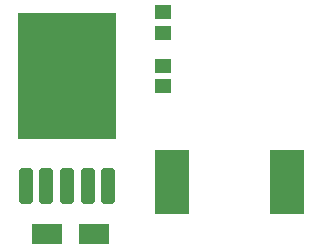
<source format=gtp>
G04*
G04 #@! TF.GenerationSoftware,Altium Limited,Altium Designer,20.0.13 (296)*
G04*
G04 Layer_Color=8421504*
%FSLAX25Y25*%
%MOIN*%
G70*
G01*
G75*
%ADD12R,0.11417X0.21260*%
%ADD13R,0.09843X0.06693*%
%ADD14R,0.05315X0.04528*%
G04:AMPARAMS|DCode=15|XSize=47.24mil|YSize=120.08mil|CornerRadius=11.81mil|HoleSize=0mil|Usage=FLASHONLY|Rotation=180.000|XOffset=0mil|YOffset=0mil|HoleType=Round|Shape=RoundedRectangle|*
%AMROUNDEDRECTD15*
21,1,0.04724,0.09646,0,0,180.0*
21,1,0.02362,0.12008,0,0,180.0*
1,1,0.02362,-0.01181,0.04823*
1,1,0.02362,0.01181,0.04823*
1,1,0.02362,0.01181,-0.04823*
1,1,0.02362,-0.01181,-0.04823*
%
%ADD15ROUNDEDRECTD15*%
%ADD16R,0.32992X0.41968*%
D12*
X284704Y440916D02*
D03*
X322893D02*
D03*
D13*
X258601Y423661D02*
D03*
X242853D02*
D03*
D14*
X281496Y479823D02*
D03*
Y472933D02*
D03*
Y497539D02*
D03*
Y490650D02*
D03*
D15*
X263386Y439567D02*
D03*
X256496D02*
D03*
X249606D02*
D03*
X242717D02*
D03*
X235827D02*
D03*
D16*
X249606Y476181D02*
D03*
M02*

</source>
